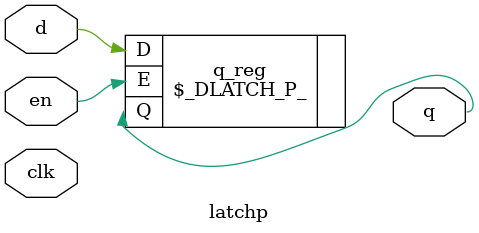
<source format=v>
/* Generated by Yosys 0.62+39 (git sha1 131911291-dirty, g++ 11.4.0-1ubuntu1~22.04.2 -Og -fPIC) */

(* top =  1  *)
(* src = "dut.sv:1.1-5.10" *)
module latchp(d, clk, en, q);
  (* src = "dut.sv:1.23-1.24" *)
  input d;
  wire d;
  (* src = "dut.sv:1.26-1.29" *)
  input clk;
  wire clk;
  (* src = "dut.sv:1.31-1.33" *)
  input en;
  wire en;
  (* src = "dut.sv:1.46-1.47" *)
  output q;
  wire q;
  (* src = "dut.sv:2.2-4.11" *)
  \$_DLATCH_P_  q_reg /* _0_ */ (
    .D(d),
    .E(en),
    .Q(q)
  );
endmodule

</source>
